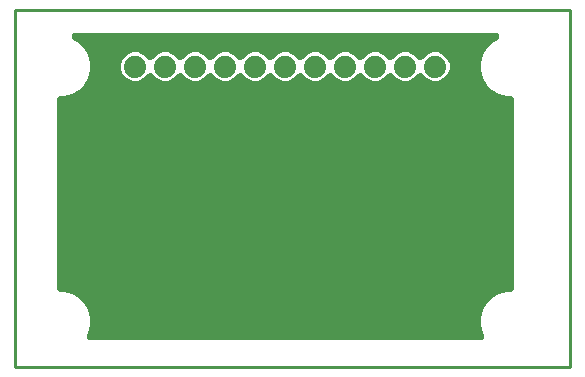
<source format=gbr>
G04 EAGLE Gerber RS-274X export*
G75*
%MOMM*%
%FSLAX25Y25*%
%LPD*%
%INBottom_layer*%
%IPPOS*%
%AMOC8*
5,1,8,0,0,1.08239X$1,22.5*%
G01*
%ADD10C,1.879600*%
%ADD11C,0.254000*%

G36*
X3939932Y604628D02*
X3939932Y604628D01*
X3941260Y604637D01*
X3942385Y604828D01*
X3943523Y604920D01*
X3944814Y605240D01*
X3946124Y605463D01*
X3947205Y605833D01*
X3948312Y606108D01*
X3949533Y606631D01*
X3950792Y607063D01*
X3951799Y607603D01*
X3952847Y608052D01*
X3953966Y608765D01*
X3955139Y609395D01*
X3956046Y610091D01*
X3957008Y610703D01*
X3957998Y611588D01*
X3959054Y612398D01*
X3959837Y613231D01*
X3960687Y613991D01*
X3961523Y615025D01*
X3962433Y615993D01*
X3963070Y616940D01*
X3963788Y617828D01*
X3964445Y618983D01*
X3965188Y620087D01*
X3965664Y621126D01*
X3966228Y622117D01*
X3966690Y623362D01*
X3967245Y624571D01*
X3967548Y625673D01*
X3967945Y626742D01*
X3968200Y628047D01*
X3968553Y629329D01*
X3968674Y630463D01*
X3968893Y631584D01*
X3968935Y632914D01*
X3969075Y634235D01*
X3969012Y635374D01*
X3969047Y636516D01*
X3968874Y637832D01*
X3968800Y639161D01*
X3968553Y640278D01*
X3968404Y641408D01*
X3968021Y642678D01*
X3967733Y643978D01*
X3967396Y644750D01*
X3966980Y646131D01*
X3965258Y649650D01*
X3965001Y650240D01*
X3956546Y664885D01*
X3939399Y728876D01*
X3939399Y795124D01*
X3956546Y859114D01*
X3989669Y916486D01*
X4036513Y963330D01*
X4093885Y996454D01*
X4157876Y1013600D01*
X4191000Y1013600D01*
X4191757Y1013662D01*
X4192516Y1013638D01*
X4194210Y1013861D01*
X4195918Y1014000D01*
X4196656Y1014183D01*
X4197408Y1014282D01*
X4199044Y1014775D01*
X4200707Y1015187D01*
X4201405Y1015487D01*
X4202131Y1015706D01*
X4203668Y1016457D01*
X4205241Y1017132D01*
X4205881Y1017540D01*
X4206563Y1017873D01*
X4207959Y1018863D01*
X4209403Y1019783D01*
X4209968Y1020288D01*
X4210588Y1020728D01*
X4211806Y1021931D01*
X4213082Y1023070D01*
X4213558Y1023661D01*
X4214099Y1024194D01*
X4215108Y1025578D01*
X4216182Y1026908D01*
X4216557Y1027567D01*
X4217005Y1028182D01*
X4217777Y1029711D01*
X4218623Y1031196D01*
X4218886Y1031907D01*
X4219229Y1032586D01*
X4219744Y1034219D01*
X4220339Y1035822D01*
X4220485Y1036567D01*
X4220714Y1037291D01*
X4220832Y1038335D01*
X4221288Y1040664D01*
X4221362Y1043035D01*
X4221479Y1044080D01*
X4221479Y2638920D01*
X4221418Y2639677D01*
X4221442Y2640436D01*
X4221219Y2642130D01*
X4221080Y2643838D01*
X4220897Y2644576D01*
X4220798Y2645328D01*
X4220305Y2646964D01*
X4219893Y2648627D01*
X4219593Y2649325D01*
X4219374Y2650051D01*
X4218622Y2651588D01*
X4217948Y2653161D01*
X4217540Y2653801D01*
X4217206Y2654483D01*
X4216216Y2655879D01*
X4215297Y2657323D01*
X4214791Y2657888D01*
X4214352Y2658508D01*
X4213149Y2659726D01*
X4212009Y2661002D01*
X4211419Y2661478D01*
X4210885Y2662019D01*
X4209502Y2663028D01*
X4208172Y2664102D01*
X4207513Y2664477D01*
X4206898Y2664925D01*
X4205368Y2665697D01*
X4203883Y2666543D01*
X4203173Y2666806D01*
X4202494Y2667149D01*
X4200861Y2667664D01*
X4199258Y2668259D01*
X4198513Y2668405D01*
X4197789Y2668634D01*
X4196745Y2668752D01*
X4194416Y2669208D01*
X4192044Y2669282D01*
X4191000Y2669399D01*
X4157876Y2669399D01*
X4093885Y2686546D01*
X4036513Y2719669D01*
X3989669Y2766513D01*
X3956546Y2823885D01*
X3939399Y2887876D01*
X3939399Y2954124D01*
X3956546Y3018114D01*
X3989669Y3075486D01*
X4036513Y3122330D01*
X4082021Y3148604D01*
X4083585Y3149685D01*
X4085183Y3150703D01*
X4085609Y3151083D01*
X4086080Y3151409D01*
X4087449Y3152728D01*
X4088863Y3153991D01*
X4089222Y3154435D01*
X4089633Y3154832D01*
X4090771Y3156353D01*
X4091963Y3157828D01*
X4092245Y3158324D01*
X4092588Y3158783D01*
X4093468Y3160472D01*
X4094403Y3162117D01*
X4094602Y3162650D01*
X4094867Y3163159D01*
X4095461Y3164966D01*
X4096120Y3166742D01*
X4096230Y3167303D01*
X4096409Y3167846D01*
X4096703Y3169718D01*
X4097068Y3171584D01*
X4097086Y3172156D01*
X4097175Y3172720D01*
X4097163Y3174621D01*
X4097223Y3176516D01*
X4097148Y3177080D01*
X4097145Y3177654D01*
X4096826Y3179530D01*
X4096579Y3181408D01*
X4096414Y3181954D01*
X4096318Y3182518D01*
X4095703Y3184313D01*
X4095155Y3186131D01*
X4094904Y3186645D01*
X4094718Y3187186D01*
X4093821Y3188859D01*
X4092987Y3190563D01*
X4092656Y3191030D01*
X4092386Y3191533D01*
X4091232Y3193038D01*
X4090133Y3194588D01*
X4089731Y3194995D01*
X4089383Y3195448D01*
X4088001Y3196747D01*
X4086666Y3198099D01*
X4086204Y3198436D01*
X4085788Y3198827D01*
X4084213Y3199887D01*
X4082679Y3201005D01*
X4082168Y3201263D01*
X4081694Y3201582D01*
X4079971Y3202373D01*
X4078275Y3203229D01*
X4077729Y3203401D01*
X4077210Y3203639D01*
X4075383Y3204142D01*
X4073570Y3204714D01*
X4073114Y3204765D01*
X4072453Y3204947D01*
X4067547Y3205470D01*
X4067092Y3205444D01*
X4066781Y3205479D01*
X505218Y3205479D01*
X503330Y3205326D01*
X501430Y3205243D01*
X500869Y3205126D01*
X500301Y3205080D01*
X498461Y3204624D01*
X496600Y3204236D01*
X496066Y3204030D01*
X495512Y3203893D01*
X493768Y3203144D01*
X491996Y3202462D01*
X491503Y3202173D01*
X490978Y3201948D01*
X489379Y3200929D01*
X487738Y3199969D01*
X487297Y3199603D01*
X486816Y3199297D01*
X485402Y3198034D01*
X483939Y3196821D01*
X483563Y3196390D01*
X483137Y3196009D01*
X481943Y3194532D01*
X480697Y3193102D01*
X480396Y3192617D01*
X480037Y3192172D01*
X479097Y3190520D01*
X478098Y3188908D01*
X477879Y3188381D01*
X477596Y3187883D01*
X476935Y3186102D01*
X476209Y3184350D01*
X476078Y3183794D01*
X475879Y3183258D01*
X475514Y3181394D01*
X475080Y3179547D01*
X475041Y3178977D01*
X474931Y3178416D01*
X474872Y3176521D01*
X474741Y3174625D01*
X474795Y3174054D01*
X474777Y3173484D01*
X475024Y3171607D01*
X475201Y3169712D01*
X475346Y3169158D01*
X475420Y3168593D01*
X475968Y3166775D01*
X476448Y3164938D01*
X476679Y3164417D01*
X476844Y3163869D01*
X477679Y3162162D01*
X478448Y3160428D01*
X478761Y3159950D01*
X479012Y3159437D01*
X480110Y3157888D01*
X481150Y3156300D01*
X481536Y3155878D01*
X481867Y3155412D01*
X483202Y3154060D01*
X484483Y3152662D01*
X484850Y3152390D01*
X485333Y3151901D01*
X489320Y3148995D01*
X489727Y3148790D01*
X489979Y3148604D01*
X535486Y3122330D01*
X582330Y3075486D01*
X615454Y3018114D01*
X632600Y2954124D01*
X632600Y2887876D01*
X615454Y2823885D01*
X582330Y2766513D01*
X535486Y2719669D01*
X478114Y2686546D01*
X414124Y2669399D01*
X381000Y2669399D01*
X380243Y2669338D01*
X379484Y2669362D01*
X377790Y2669139D01*
X376082Y2669000D01*
X375344Y2668817D01*
X374593Y2668718D01*
X372956Y2668225D01*
X371293Y2667813D01*
X370595Y2667513D01*
X369869Y2667294D01*
X368332Y2666542D01*
X366759Y2665868D01*
X366119Y2665460D01*
X365437Y2665126D01*
X364041Y2664136D01*
X362598Y2663217D01*
X362032Y2662711D01*
X361412Y2662272D01*
X360194Y2661069D01*
X358918Y2659929D01*
X358442Y2659339D01*
X357901Y2658805D01*
X356893Y2657422D01*
X355818Y2656092D01*
X355443Y2655433D01*
X354995Y2654818D01*
X354223Y2653288D01*
X353378Y2651803D01*
X353114Y2651093D01*
X352771Y2650414D01*
X352256Y2648781D01*
X351661Y2647178D01*
X351515Y2646433D01*
X351286Y2645709D01*
X351168Y2644665D01*
X350713Y2642336D01*
X350638Y2639964D01*
X350521Y2638920D01*
X350521Y1044080D01*
X350582Y1043323D01*
X350558Y1042564D01*
X350781Y1040870D01*
X350920Y1039162D01*
X351103Y1038424D01*
X351202Y1037672D01*
X351695Y1036036D01*
X352108Y1034373D01*
X352407Y1033675D01*
X352626Y1032948D01*
X353378Y1031411D01*
X354052Y1029839D01*
X354460Y1029198D01*
X354794Y1028516D01*
X355784Y1027120D01*
X356703Y1025677D01*
X357209Y1025111D01*
X357648Y1024492D01*
X358851Y1023273D01*
X359991Y1021998D01*
X360581Y1021521D01*
X361115Y1020981D01*
X362498Y1019972D01*
X363828Y1018898D01*
X364488Y1018523D01*
X365102Y1018075D01*
X366632Y1017303D01*
X368117Y1016457D01*
X368827Y1016193D01*
X369506Y1015851D01*
X371139Y1015335D01*
X372742Y1014740D01*
X373487Y1014594D01*
X374211Y1014366D01*
X375255Y1014248D01*
X377584Y1013792D01*
X379956Y1013718D01*
X381000Y1013600D01*
X414124Y1013600D01*
X478114Y996454D01*
X535486Y963330D01*
X582330Y916486D01*
X615454Y859114D01*
X632600Y795124D01*
X632600Y728876D01*
X615454Y664885D01*
X606998Y650240D01*
X606429Y649038D01*
X605772Y647883D01*
X605375Y646814D01*
X604885Y645782D01*
X604517Y644504D01*
X604055Y643258D01*
X603835Y642137D01*
X603519Y641041D01*
X603363Y639723D01*
X603107Y638416D01*
X603071Y637275D01*
X602936Y636141D01*
X602994Y634811D01*
X602953Y633484D01*
X603101Y632355D01*
X603151Y631212D01*
X603423Y629908D01*
X603596Y628593D01*
X603925Y627501D01*
X604158Y626382D01*
X604637Y625140D01*
X605020Y623869D01*
X605521Y622844D01*
X605932Y621778D01*
X606604Y620629D01*
X607188Y619437D01*
X607848Y618506D01*
X608425Y617520D01*
X609273Y616496D01*
X610042Y615412D01*
X610844Y614600D01*
X611573Y613721D01*
X612575Y612847D01*
X613509Y611901D01*
X614431Y611229D01*
X615292Y610478D01*
X616422Y609778D01*
X617496Y608995D01*
X618514Y608481D01*
X619485Y607879D01*
X620714Y607370D01*
X621900Y606771D01*
X622988Y606428D01*
X624043Y605990D01*
X625338Y605686D01*
X626605Y605286D01*
X627442Y605192D01*
X628847Y604862D01*
X632756Y604593D01*
X633394Y604521D01*
X3938606Y604521D01*
X3939932Y604628D01*
G37*
%LPC*%
G36*
X992254Y2801619D02*
X992254Y2801619D01*
X948376Y2819794D01*
X914794Y2853376D01*
X896619Y2897254D01*
X896619Y2944746D01*
X914794Y2988624D01*
X948376Y3022206D01*
X992254Y3040380D01*
X1039746Y3040380D01*
X1083624Y3022206D01*
X1121448Y2984382D01*
X1122027Y2983889D01*
X1122546Y2983337D01*
X1123901Y2982296D01*
X1125207Y2981187D01*
X1125859Y2980794D01*
X1126460Y2980333D01*
X1127964Y2979525D01*
X1129433Y2978640D01*
X1130140Y2978358D01*
X1130807Y2977999D01*
X1132423Y2977445D01*
X1134015Y2976809D01*
X1134757Y2976644D01*
X1135474Y2976398D01*
X1137158Y2976112D01*
X1138832Y2975741D01*
X1139592Y2975698D01*
X1140338Y2975571D01*
X1142047Y2975560D01*
X1143758Y2975464D01*
X1144512Y2975544D01*
X1145272Y2975539D01*
X1146963Y2975804D01*
X1148664Y2975985D01*
X1149397Y2976186D01*
X1150146Y2976304D01*
X1151770Y2976838D01*
X1153422Y2977292D01*
X1154113Y2977608D01*
X1154833Y2977845D01*
X1156351Y2978635D01*
X1157907Y2979348D01*
X1158536Y2979772D01*
X1159210Y2980123D01*
X1160034Y2980779D01*
X1162001Y2982102D01*
X1163729Y2983726D01*
X1164552Y2984382D01*
X1202376Y3022206D01*
X1246254Y3040380D01*
X1293746Y3040380D01*
X1337624Y3022206D01*
X1375448Y2984382D01*
X1376027Y2983889D01*
X1376546Y2983337D01*
X1377901Y2982296D01*
X1379207Y2981187D01*
X1379859Y2980794D01*
X1380460Y2980333D01*
X1381964Y2979525D01*
X1383433Y2978640D01*
X1384140Y2978358D01*
X1384807Y2977999D01*
X1386423Y2977445D01*
X1388015Y2976809D01*
X1388757Y2976644D01*
X1389474Y2976398D01*
X1391158Y2976112D01*
X1392832Y2975741D01*
X1393592Y2975698D01*
X1394338Y2975571D01*
X1396047Y2975560D01*
X1397758Y2975464D01*
X1398512Y2975544D01*
X1399272Y2975539D01*
X1400963Y2975804D01*
X1402664Y2975985D01*
X1403397Y2976186D01*
X1404146Y2976304D01*
X1405770Y2976838D01*
X1407422Y2977292D01*
X1408113Y2977608D01*
X1408833Y2977845D01*
X1410351Y2978635D01*
X1411907Y2979348D01*
X1412536Y2979772D01*
X1413210Y2980123D01*
X1414034Y2980779D01*
X1416001Y2982102D01*
X1417729Y2983726D01*
X1418552Y2984382D01*
X1456376Y3022206D01*
X1500254Y3040380D01*
X1547746Y3040380D01*
X1591624Y3022206D01*
X1629448Y2984382D01*
X1630027Y2983889D01*
X1630546Y2983337D01*
X1631901Y2982296D01*
X1633207Y2981187D01*
X1633859Y2980794D01*
X1634460Y2980333D01*
X1635964Y2979525D01*
X1637433Y2978640D01*
X1638140Y2978358D01*
X1638807Y2977999D01*
X1640423Y2977445D01*
X1642015Y2976809D01*
X1642757Y2976644D01*
X1643474Y2976398D01*
X1645158Y2976112D01*
X1646832Y2975741D01*
X1647592Y2975698D01*
X1648338Y2975571D01*
X1650047Y2975560D01*
X1651758Y2975464D01*
X1652512Y2975544D01*
X1653272Y2975539D01*
X1654963Y2975804D01*
X1656664Y2975985D01*
X1657397Y2976186D01*
X1658146Y2976304D01*
X1659770Y2976838D01*
X1661422Y2977292D01*
X1662113Y2977608D01*
X1662833Y2977845D01*
X1664351Y2978635D01*
X1665907Y2979348D01*
X1666536Y2979772D01*
X1667210Y2980123D01*
X1668034Y2980779D01*
X1670001Y2982102D01*
X1671729Y2983726D01*
X1672552Y2984382D01*
X1710376Y3022206D01*
X1754254Y3040380D01*
X1801746Y3040380D01*
X1845624Y3022206D01*
X1883448Y2984382D01*
X1884027Y2983889D01*
X1884546Y2983337D01*
X1885901Y2982296D01*
X1887207Y2981187D01*
X1887859Y2980794D01*
X1888460Y2980333D01*
X1889964Y2979525D01*
X1891433Y2978640D01*
X1892140Y2978358D01*
X1892807Y2977999D01*
X1894423Y2977445D01*
X1896015Y2976809D01*
X1896757Y2976644D01*
X1897474Y2976398D01*
X1899158Y2976112D01*
X1900832Y2975741D01*
X1901592Y2975698D01*
X1902338Y2975571D01*
X1904047Y2975560D01*
X1905758Y2975464D01*
X1906512Y2975544D01*
X1907272Y2975539D01*
X1908963Y2975804D01*
X1910664Y2975985D01*
X1911397Y2976186D01*
X1912146Y2976304D01*
X1913770Y2976838D01*
X1915422Y2977292D01*
X1916113Y2977608D01*
X1916833Y2977845D01*
X1918351Y2978635D01*
X1919907Y2979348D01*
X1920536Y2979772D01*
X1921210Y2980123D01*
X1922034Y2980779D01*
X1924001Y2982102D01*
X1925729Y2983726D01*
X1926552Y2984382D01*
X1964376Y3022206D01*
X2008254Y3040380D01*
X2055746Y3040380D01*
X2099624Y3022206D01*
X2137448Y2984382D01*
X2138027Y2983889D01*
X2138546Y2983337D01*
X2139901Y2982296D01*
X2141207Y2981187D01*
X2141859Y2980794D01*
X2142460Y2980333D01*
X2143964Y2979525D01*
X2145433Y2978640D01*
X2146140Y2978358D01*
X2146807Y2977999D01*
X2148423Y2977445D01*
X2150015Y2976809D01*
X2150757Y2976644D01*
X2151474Y2976398D01*
X2153158Y2976112D01*
X2154832Y2975741D01*
X2155592Y2975698D01*
X2156338Y2975571D01*
X2158047Y2975560D01*
X2159758Y2975464D01*
X2160512Y2975544D01*
X2161272Y2975539D01*
X2162963Y2975804D01*
X2164664Y2975985D01*
X2165397Y2976186D01*
X2166146Y2976304D01*
X2167770Y2976838D01*
X2169422Y2977292D01*
X2170113Y2977608D01*
X2170833Y2977845D01*
X2172351Y2978635D01*
X2173907Y2979348D01*
X2174536Y2979772D01*
X2175210Y2980123D01*
X2176034Y2980779D01*
X2178001Y2982102D01*
X2179729Y2983726D01*
X2180552Y2984382D01*
X2218376Y3022206D01*
X2262254Y3040380D01*
X2309746Y3040380D01*
X2353624Y3022206D01*
X2391448Y2984382D01*
X2392027Y2983889D01*
X2392546Y2983337D01*
X2393901Y2982296D01*
X2395207Y2981187D01*
X2395859Y2980794D01*
X2396460Y2980333D01*
X2397964Y2979525D01*
X2399433Y2978640D01*
X2400140Y2978358D01*
X2400807Y2977999D01*
X2402423Y2977445D01*
X2404015Y2976809D01*
X2404757Y2976644D01*
X2405474Y2976398D01*
X2407158Y2976112D01*
X2408832Y2975741D01*
X2409592Y2975698D01*
X2410338Y2975571D01*
X2412047Y2975560D01*
X2413758Y2975464D01*
X2414512Y2975544D01*
X2415272Y2975539D01*
X2416963Y2975804D01*
X2418664Y2975985D01*
X2419397Y2976186D01*
X2420146Y2976304D01*
X2421770Y2976838D01*
X2423422Y2977292D01*
X2424113Y2977608D01*
X2424833Y2977845D01*
X2426351Y2978635D01*
X2427907Y2979348D01*
X2428536Y2979772D01*
X2429210Y2980123D01*
X2430034Y2980779D01*
X2432001Y2982102D01*
X2433729Y2983726D01*
X2434552Y2984382D01*
X2472376Y3022206D01*
X2516254Y3040380D01*
X2563746Y3040380D01*
X2607624Y3022206D01*
X2645448Y2984382D01*
X2646027Y2983889D01*
X2646546Y2983337D01*
X2647901Y2982296D01*
X2649207Y2981187D01*
X2649859Y2980794D01*
X2650460Y2980333D01*
X2651964Y2979525D01*
X2653433Y2978640D01*
X2654140Y2978358D01*
X2654807Y2977999D01*
X2656423Y2977445D01*
X2658015Y2976809D01*
X2658757Y2976644D01*
X2659474Y2976398D01*
X2661158Y2976112D01*
X2662832Y2975741D01*
X2663592Y2975698D01*
X2664338Y2975571D01*
X2666047Y2975560D01*
X2667758Y2975464D01*
X2668512Y2975544D01*
X2669272Y2975539D01*
X2670963Y2975804D01*
X2672664Y2975985D01*
X2673397Y2976186D01*
X2674146Y2976304D01*
X2675770Y2976838D01*
X2677422Y2977292D01*
X2678113Y2977608D01*
X2678833Y2977845D01*
X2680351Y2978635D01*
X2681907Y2979348D01*
X2682536Y2979772D01*
X2683210Y2980123D01*
X2684034Y2980779D01*
X2686001Y2982102D01*
X2687729Y2983726D01*
X2688552Y2984382D01*
X2726376Y3022206D01*
X2770254Y3040380D01*
X2817746Y3040380D01*
X2861624Y3022206D01*
X2899448Y2984382D01*
X2900027Y2983889D01*
X2900546Y2983337D01*
X2901901Y2982296D01*
X2903207Y2981187D01*
X2903859Y2980794D01*
X2904460Y2980333D01*
X2905964Y2979525D01*
X2907433Y2978640D01*
X2908140Y2978358D01*
X2908807Y2977999D01*
X2910423Y2977445D01*
X2912015Y2976809D01*
X2912757Y2976644D01*
X2913474Y2976398D01*
X2915158Y2976112D01*
X2916832Y2975741D01*
X2917592Y2975698D01*
X2918338Y2975571D01*
X2920047Y2975560D01*
X2921758Y2975464D01*
X2922512Y2975544D01*
X2923272Y2975539D01*
X2924963Y2975804D01*
X2926664Y2975985D01*
X2927397Y2976186D01*
X2928146Y2976304D01*
X2929770Y2976838D01*
X2931422Y2977292D01*
X2932113Y2977608D01*
X2932833Y2977845D01*
X2934351Y2978635D01*
X2935907Y2979348D01*
X2936536Y2979772D01*
X2937210Y2980123D01*
X2938034Y2980779D01*
X2940001Y2982102D01*
X2941729Y2983726D01*
X2942552Y2984382D01*
X2980376Y3022206D01*
X3024254Y3040380D01*
X3071746Y3040380D01*
X3115624Y3022206D01*
X3153448Y2984382D01*
X3154027Y2983889D01*
X3154546Y2983337D01*
X3155901Y2982296D01*
X3157207Y2981187D01*
X3157859Y2980794D01*
X3158460Y2980333D01*
X3159964Y2979525D01*
X3161433Y2978640D01*
X3162140Y2978358D01*
X3162807Y2977999D01*
X3164423Y2977445D01*
X3166015Y2976809D01*
X3166757Y2976644D01*
X3167474Y2976398D01*
X3169158Y2976112D01*
X3170832Y2975741D01*
X3171592Y2975698D01*
X3172338Y2975571D01*
X3174047Y2975560D01*
X3175758Y2975464D01*
X3176512Y2975544D01*
X3177272Y2975539D01*
X3178963Y2975804D01*
X3180664Y2975985D01*
X3181397Y2976186D01*
X3182146Y2976304D01*
X3183770Y2976838D01*
X3185422Y2977292D01*
X3186113Y2977608D01*
X3186833Y2977845D01*
X3188351Y2978635D01*
X3189907Y2979348D01*
X3190536Y2979772D01*
X3191210Y2980123D01*
X3192034Y2980779D01*
X3194001Y2982102D01*
X3195729Y2983726D01*
X3196552Y2984382D01*
X3234376Y3022206D01*
X3278254Y3040380D01*
X3325746Y3040380D01*
X3369624Y3022206D01*
X3407448Y2984382D01*
X3408027Y2983889D01*
X3408546Y2983337D01*
X3409901Y2982296D01*
X3411207Y2981187D01*
X3411859Y2980794D01*
X3412460Y2980333D01*
X3413964Y2979525D01*
X3415433Y2978640D01*
X3416140Y2978358D01*
X3416807Y2977999D01*
X3418423Y2977445D01*
X3420015Y2976809D01*
X3420757Y2976644D01*
X3421474Y2976398D01*
X3423158Y2976112D01*
X3424832Y2975741D01*
X3425592Y2975698D01*
X3426338Y2975571D01*
X3428047Y2975560D01*
X3429758Y2975464D01*
X3430512Y2975544D01*
X3431272Y2975539D01*
X3432963Y2975804D01*
X3434664Y2975985D01*
X3435397Y2976186D01*
X3436146Y2976304D01*
X3437770Y2976838D01*
X3439422Y2977292D01*
X3440113Y2977608D01*
X3440833Y2977845D01*
X3442351Y2978635D01*
X3443907Y2979348D01*
X3444536Y2979772D01*
X3445210Y2980123D01*
X3446034Y2980779D01*
X3448001Y2982102D01*
X3449729Y2983726D01*
X3450552Y2984382D01*
X3488376Y3022206D01*
X3532254Y3040380D01*
X3579746Y3040380D01*
X3623624Y3022206D01*
X3657206Y2988624D01*
X3675380Y2944746D01*
X3675380Y2897254D01*
X3657206Y2853376D01*
X3623624Y2819794D01*
X3579746Y2801619D01*
X3532254Y2801619D01*
X3488376Y2819794D01*
X3450552Y2857618D01*
X3449973Y2858110D01*
X3449453Y2858663D01*
X3448098Y2859703D01*
X3446792Y2860813D01*
X3446140Y2861206D01*
X3445539Y2861667D01*
X3444034Y2862475D01*
X3442566Y2863360D01*
X3441861Y2863642D01*
X3441192Y2864001D01*
X3439573Y2864556D01*
X3437985Y2865191D01*
X3437243Y2865356D01*
X3436525Y2865602D01*
X3434842Y2865888D01*
X3433168Y2866259D01*
X3432408Y2866302D01*
X3431661Y2866429D01*
X3429952Y2866440D01*
X3428242Y2866536D01*
X3427487Y2866456D01*
X3426727Y2866461D01*
X3425036Y2866195D01*
X3423335Y2866014D01*
X3422603Y2865813D01*
X3421853Y2865696D01*
X3420228Y2865161D01*
X3418578Y2864708D01*
X3417888Y2864392D01*
X3417166Y2864154D01*
X3415648Y2863365D01*
X3414093Y2862651D01*
X3413462Y2862227D01*
X3412789Y2861877D01*
X3411968Y2861222D01*
X3409999Y2859898D01*
X3408270Y2858274D01*
X3407448Y2857618D01*
X3369624Y2819794D01*
X3325746Y2801619D01*
X3278254Y2801619D01*
X3234376Y2819794D01*
X3196552Y2857618D01*
X3195973Y2858110D01*
X3195453Y2858663D01*
X3194098Y2859703D01*
X3192792Y2860813D01*
X3192140Y2861206D01*
X3191539Y2861667D01*
X3190034Y2862475D01*
X3188566Y2863360D01*
X3187861Y2863642D01*
X3187192Y2864001D01*
X3185573Y2864556D01*
X3183985Y2865191D01*
X3183243Y2865356D01*
X3182525Y2865602D01*
X3180842Y2865888D01*
X3179168Y2866259D01*
X3178408Y2866302D01*
X3177661Y2866429D01*
X3175952Y2866440D01*
X3174242Y2866536D01*
X3173487Y2866456D01*
X3172727Y2866461D01*
X3171036Y2866195D01*
X3169335Y2866014D01*
X3168603Y2865813D01*
X3167853Y2865696D01*
X3166228Y2865161D01*
X3164578Y2864708D01*
X3163888Y2864392D01*
X3163166Y2864154D01*
X3161648Y2863365D01*
X3160093Y2862651D01*
X3159462Y2862227D01*
X3158789Y2861877D01*
X3157968Y2861222D01*
X3155999Y2859898D01*
X3154270Y2858274D01*
X3153448Y2857618D01*
X3115624Y2819794D01*
X3071746Y2801619D01*
X3024254Y2801619D01*
X2980376Y2819794D01*
X2942552Y2857618D01*
X2941973Y2858110D01*
X2941453Y2858663D01*
X2940098Y2859703D01*
X2938792Y2860813D01*
X2938140Y2861206D01*
X2937539Y2861667D01*
X2936034Y2862475D01*
X2934566Y2863360D01*
X2933861Y2863642D01*
X2933192Y2864001D01*
X2931573Y2864556D01*
X2929985Y2865191D01*
X2929243Y2865356D01*
X2928525Y2865602D01*
X2926842Y2865888D01*
X2925168Y2866259D01*
X2924408Y2866302D01*
X2923661Y2866429D01*
X2921952Y2866440D01*
X2920242Y2866536D01*
X2919487Y2866456D01*
X2918727Y2866461D01*
X2917036Y2866195D01*
X2915335Y2866014D01*
X2914603Y2865813D01*
X2913853Y2865696D01*
X2912228Y2865161D01*
X2910578Y2864708D01*
X2909888Y2864392D01*
X2909166Y2864154D01*
X2907648Y2863365D01*
X2906093Y2862651D01*
X2905462Y2862227D01*
X2904789Y2861877D01*
X2903968Y2861222D01*
X2901999Y2859898D01*
X2900270Y2858274D01*
X2899448Y2857618D01*
X2861624Y2819794D01*
X2817746Y2801619D01*
X2770254Y2801619D01*
X2726376Y2819794D01*
X2688552Y2857618D01*
X2687973Y2858110D01*
X2687453Y2858663D01*
X2686098Y2859703D01*
X2684792Y2860813D01*
X2684140Y2861206D01*
X2683539Y2861667D01*
X2682034Y2862475D01*
X2680566Y2863360D01*
X2679861Y2863642D01*
X2679192Y2864001D01*
X2677573Y2864556D01*
X2675985Y2865191D01*
X2675243Y2865356D01*
X2674525Y2865602D01*
X2672842Y2865888D01*
X2671168Y2866259D01*
X2670408Y2866302D01*
X2669661Y2866429D01*
X2667952Y2866440D01*
X2666242Y2866536D01*
X2665487Y2866456D01*
X2664727Y2866461D01*
X2663036Y2866195D01*
X2661335Y2866014D01*
X2660603Y2865813D01*
X2659853Y2865696D01*
X2658228Y2865161D01*
X2656578Y2864708D01*
X2655888Y2864392D01*
X2655166Y2864154D01*
X2653648Y2863365D01*
X2652093Y2862651D01*
X2651462Y2862227D01*
X2650789Y2861877D01*
X2649968Y2861222D01*
X2647999Y2859898D01*
X2646270Y2858274D01*
X2645448Y2857618D01*
X2607624Y2819794D01*
X2563746Y2801619D01*
X2516254Y2801619D01*
X2472376Y2819794D01*
X2434552Y2857618D01*
X2433973Y2858110D01*
X2433453Y2858663D01*
X2432098Y2859703D01*
X2430792Y2860813D01*
X2430140Y2861206D01*
X2429539Y2861667D01*
X2428034Y2862475D01*
X2426566Y2863360D01*
X2425861Y2863642D01*
X2425192Y2864001D01*
X2423573Y2864556D01*
X2421985Y2865191D01*
X2421243Y2865356D01*
X2420525Y2865602D01*
X2418842Y2865888D01*
X2417168Y2866259D01*
X2416408Y2866302D01*
X2415661Y2866429D01*
X2413952Y2866440D01*
X2412242Y2866536D01*
X2411487Y2866456D01*
X2410727Y2866461D01*
X2409036Y2866195D01*
X2407335Y2866014D01*
X2406603Y2865813D01*
X2405853Y2865696D01*
X2404228Y2865161D01*
X2402578Y2864708D01*
X2401888Y2864392D01*
X2401166Y2864154D01*
X2399648Y2863365D01*
X2398093Y2862651D01*
X2397462Y2862227D01*
X2396789Y2861877D01*
X2395968Y2861222D01*
X2393999Y2859898D01*
X2392270Y2858274D01*
X2391448Y2857618D01*
X2353624Y2819794D01*
X2309746Y2801619D01*
X2262254Y2801619D01*
X2218376Y2819794D01*
X2180552Y2857618D01*
X2179973Y2858110D01*
X2179453Y2858663D01*
X2178098Y2859703D01*
X2176792Y2860813D01*
X2176140Y2861206D01*
X2175539Y2861667D01*
X2174034Y2862475D01*
X2172566Y2863360D01*
X2171861Y2863642D01*
X2171192Y2864001D01*
X2169573Y2864556D01*
X2167985Y2865191D01*
X2167243Y2865356D01*
X2166525Y2865602D01*
X2164842Y2865888D01*
X2163168Y2866259D01*
X2162408Y2866302D01*
X2161661Y2866429D01*
X2159952Y2866440D01*
X2158242Y2866536D01*
X2157487Y2866456D01*
X2156727Y2866461D01*
X2155036Y2866195D01*
X2153335Y2866014D01*
X2152603Y2865813D01*
X2151853Y2865696D01*
X2150228Y2865161D01*
X2148578Y2864708D01*
X2147888Y2864392D01*
X2147166Y2864154D01*
X2145648Y2863365D01*
X2144093Y2862651D01*
X2143462Y2862227D01*
X2142789Y2861877D01*
X2141968Y2861222D01*
X2139999Y2859898D01*
X2138270Y2858274D01*
X2137448Y2857618D01*
X2099624Y2819794D01*
X2055746Y2801619D01*
X2008254Y2801619D01*
X1964376Y2819794D01*
X1926552Y2857618D01*
X1925973Y2858110D01*
X1925453Y2858663D01*
X1924098Y2859703D01*
X1922792Y2860813D01*
X1922140Y2861206D01*
X1921539Y2861667D01*
X1920034Y2862475D01*
X1918566Y2863360D01*
X1917861Y2863642D01*
X1917192Y2864001D01*
X1915573Y2864556D01*
X1913985Y2865191D01*
X1913243Y2865356D01*
X1912525Y2865602D01*
X1910842Y2865888D01*
X1909168Y2866259D01*
X1908408Y2866302D01*
X1907661Y2866429D01*
X1905952Y2866440D01*
X1904242Y2866536D01*
X1903487Y2866456D01*
X1902727Y2866461D01*
X1901036Y2866195D01*
X1899335Y2866014D01*
X1898603Y2865813D01*
X1897853Y2865696D01*
X1896228Y2865161D01*
X1894578Y2864708D01*
X1893888Y2864392D01*
X1893166Y2864154D01*
X1891648Y2863365D01*
X1890093Y2862651D01*
X1889462Y2862227D01*
X1888789Y2861877D01*
X1887968Y2861222D01*
X1885999Y2859898D01*
X1884270Y2858274D01*
X1883448Y2857618D01*
X1845624Y2819794D01*
X1801746Y2801619D01*
X1754254Y2801619D01*
X1710376Y2819794D01*
X1672552Y2857618D01*
X1671973Y2858110D01*
X1671453Y2858663D01*
X1670098Y2859703D01*
X1668792Y2860813D01*
X1668140Y2861206D01*
X1667539Y2861667D01*
X1666034Y2862475D01*
X1664566Y2863360D01*
X1663861Y2863642D01*
X1663192Y2864001D01*
X1661573Y2864556D01*
X1659985Y2865191D01*
X1659243Y2865356D01*
X1658525Y2865602D01*
X1656842Y2865888D01*
X1655168Y2866259D01*
X1654408Y2866302D01*
X1653661Y2866429D01*
X1651952Y2866440D01*
X1650242Y2866536D01*
X1649487Y2866456D01*
X1648727Y2866461D01*
X1647036Y2866195D01*
X1645335Y2866014D01*
X1644603Y2865813D01*
X1643853Y2865696D01*
X1642228Y2865161D01*
X1640578Y2864708D01*
X1639888Y2864392D01*
X1639166Y2864154D01*
X1637648Y2863365D01*
X1636093Y2862651D01*
X1635462Y2862227D01*
X1634789Y2861877D01*
X1633968Y2861222D01*
X1631999Y2859898D01*
X1630270Y2858274D01*
X1629448Y2857618D01*
X1591624Y2819794D01*
X1547746Y2801619D01*
X1500254Y2801619D01*
X1456376Y2819794D01*
X1418552Y2857618D01*
X1417973Y2858110D01*
X1417453Y2858663D01*
X1416098Y2859703D01*
X1414792Y2860813D01*
X1414140Y2861206D01*
X1413539Y2861667D01*
X1412034Y2862475D01*
X1410566Y2863360D01*
X1409861Y2863642D01*
X1409192Y2864001D01*
X1407573Y2864556D01*
X1405985Y2865191D01*
X1405243Y2865356D01*
X1404525Y2865602D01*
X1402842Y2865888D01*
X1401168Y2866259D01*
X1400408Y2866302D01*
X1399661Y2866429D01*
X1397952Y2866440D01*
X1396242Y2866536D01*
X1395487Y2866456D01*
X1394727Y2866461D01*
X1393036Y2866195D01*
X1391335Y2866014D01*
X1390603Y2865813D01*
X1389853Y2865696D01*
X1388228Y2865161D01*
X1386578Y2864708D01*
X1385888Y2864392D01*
X1385166Y2864154D01*
X1383648Y2863365D01*
X1382093Y2862651D01*
X1381462Y2862227D01*
X1380789Y2861877D01*
X1379968Y2861222D01*
X1377999Y2859898D01*
X1376270Y2858274D01*
X1375448Y2857618D01*
X1337624Y2819794D01*
X1293746Y2801619D01*
X1246254Y2801619D01*
X1202376Y2819794D01*
X1164552Y2857618D01*
X1163973Y2858110D01*
X1163453Y2858663D01*
X1162098Y2859703D01*
X1160792Y2860813D01*
X1160140Y2861206D01*
X1159539Y2861667D01*
X1158034Y2862475D01*
X1156566Y2863360D01*
X1155861Y2863642D01*
X1155192Y2864001D01*
X1153573Y2864556D01*
X1151985Y2865191D01*
X1151243Y2865356D01*
X1150525Y2865602D01*
X1148842Y2865888D01*
X1147168Y2866259D01*
X1146408Y2866302D01*
X1145661Y2866429D01*
X1143952Y2866440D01*
X1142242Y2866536D01*
X1141487Y2866456D01*
X1140727Y2866461D01*
X1139036Y2866195D01*
X1137335Y2866014D01*
X1136603Y2865813D01*
X1135853Y2865696D01*
X1134228Y2865161D01*
X1132578Y2864708D01*
X1131888Y2864392D01*
X1131166Y2864154D01*
X1129648Y2863365D01*
X1128093Y2862651D01*
X1127462Y2862227D01*
X1126789Y2861877D01*
X1125968Y2861222D01*
X1123999Y2859898D01*
X1122270Y2858274D01*
X1121448Y2857618D01*
X1083624Y2819794D01*
X1039746Y2801619D01*
X992254Y2801619D01*
G37*
%LPD*%
D10*
X1016000Y2921000D03*
X1270000Y2921000D03*
X1524000Y2921000D03*
X1778000Y2921000D03*
X2032000Y2921000D03*
X2286000Y2921000D03*
X2540000Y2921000D03*
X2794000Y2921000D03*
X3048000Y2921000D03*
X3302000Y2921000D03*
X3556000Y2921000D03*
D11*
X0Y381000D02*
X4697000Y381000D01*
X4697000Y3396000D01*
X0Y3396000D01*
X0Y381000D01*
M02*

</source>
